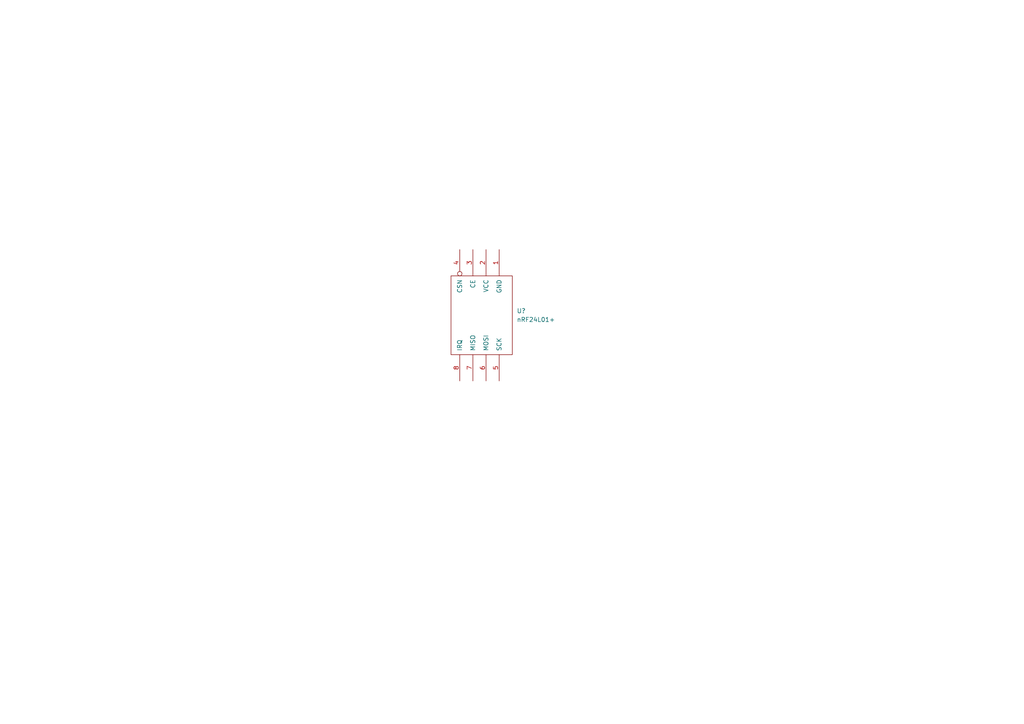
<source format=kicad_sch>
(kicad_sch (version 20211123) (generator eeschema)

  (uuid 9538e4ed-27e6-4c37-b989-9859dc0d49e8)

  (paper "A4")

  (lib_symbols
    (symbol "nRF24L01+:nRF24L01+" (pin_names (offset 1.016)) (in_bom yes) (on_board yes)
      (property "Reference" "U" (id 0) (at 0 -7.62 0)
        (effects (font (size 1.27 1.27)))
      )
      (property "Value" "nRF24L01+" (id 1) (at 0 7.62 0)
        (effects (font (size 1.27 1.27)))
      )
      (property "Footprint" "MODULE" (id 2) (at 0 2.54 0)
        (effects (font (size 1.27 1.27)) hide)
      )
      (property "Datasheet" "DOCUMENTATION" (id 3) (at 0 -1.27 0)
        (effects (font (size 1.27 1.27)) hide)
      )
      (symbol "nRF24L01+_1_0"
        (rectangle (start -11.43 -8.89) (end 11.43 8.89)
          (stroke (width 0) (type default) (color 0 0 0 0))
          (fill (type none))
        )
      )
      (symbol "nRF24L01+_1_1"
        (pin power_in line (at -19.05 5.08 0) (length 7.62)
          (name "GND" (effects (font (size 1.27 1.27))))
          (number "1" (effects (font (size 1.27 1.27))))
        )
        (pin power_in line (at -19.05 1.27 0) (length 7.62)
          (name "VCC" (effects (font (size 1.27 1.27))))
          (number "2" (effects (font (size 1.27 1.27))))
        )
        (pin input line (at -19.05 -2.54 0) (length 7.62)
          (name "CE" (effects (font (size 1.27 1.27))))
          (number "3" (effects (font (size 1.27 1.27))))
        )
        (pin input inverted (at -19.05 -6.35 0) (length 7.62)
          (name "CSN" (effects (font (size 1.27 1.27))))
          (number "4" (effects (font (size 1.27 1.27))))
        )
        (pin input line (at 19.05 5.08 180) (length 7.62)
          (name "SCK" (effects (font (size 1.27 1.27))))
          (number "5" (effects (font (size 1.27 1.27))))
        )
        (pin input line (at 19.05 1.27 180) (length 7.62)
          (name "MOSI" (effects (font (size 1.27 1.27))))
          (number "6" (effects (font (size 1.27 1.27))))
        )
        (pin output line (at 19.05 -2.54 180) (length 7.62)
          (name "MISO" (effects (font (size 1.27 1.27))))
          (number "7" (effects (font (size 1.27 1.27))))
        )
        (pin output line (at 19.05 -6.35 180) (length 7.62)
          (name "IRQ" (effects (font (size 1.27 1.27))))
          (number "8" (effects (font (size 1.27 1.27))))
        )
      )
    )
  )


  (symbol (lib_id "nRF24L01+:nRF24L01+") (at 139.7 91.44 270) (unit 1)
    (in_bom yes) (on_board yes) (fields_autoplaced)
    (uuid d4286bc5-3f3a-4659-80b9-42b41fa62ce8)
    (property "Reference" "U?" (id 0) (at 149.86 90.1699 90)
      (effects (font (size 1.27 1.27)) (justify left))
    )
    (property "Value" "nRF24L01+" (id 1) (at 149.86 92.7099 90)
      (effects (font (size 1.27 1.27)) (justify left))
    )
    (property "Footprint" "RF_Module:nRF24L01_Breakout" (id 2) (at 142.24 91.44 0)
      (effects (font (size 1.27 1.27)) hide)
    )
    (property "Datasheet" "DOCUMENTATION" (id 3) (at 138.43 91.44 0)
      (effects (font (size 1.27 1.27)) hide)
    )
    (pin "1" (uuid 8c21236c-b177-4669-8716-36f516ca4a7d))
    (pin "2" (uuid eb4b6ec1-d280-45a5-a867-b25d0ed2f45b))
    (pin "3" (uuid 7c0cf58c-e25b-422b-8099-af386f9b94eb))
    (pin "4" (uuid 0a998541-d8f3-40a0-8891-39bc18400019))
    (pin "5" (uuid 5992c750-33c2-4cd0-8fc1-226c3984215d))
    (pin "6" (uuid 8ae499bf-fd09-4ee4-b80a-645a7ba044dd))
    (pin "7" (uuid 3d1b4b72-33ab-463a-81f8-af08de108647))
    (pin "8" (uuid be275fba-58f6-4a8a-b37c-129fb648aed7))
  )

  (sheet_instances
    (path "/" (page "1"))
  )

  (symbol_instances
    (path "/d4286bc5-3f3a-4659-80b9-42b41fa62ce8"
      (reference "U?") (unit 1) (value "nRF24L01+") (footprint "RF_Module:nRF24L01_Breakout")
    )
  )
)

</source>
